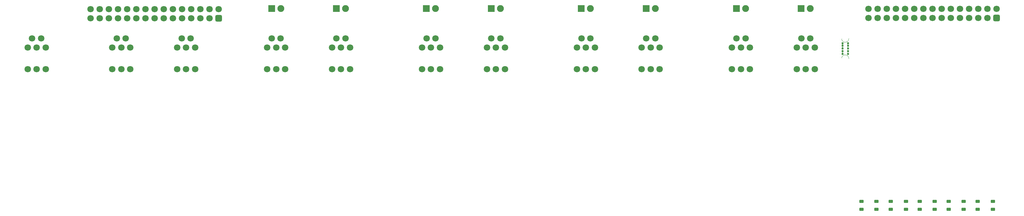
<source format=gbr>
%TF.GenerationSoftware,KiCad,Pcbnew,7.0.1*%
%TF.CreationDate,2024-04-02T15:57:58+09:00*%
%TF.ProjectId,Lift_Switch_V5.0,4c696674-5f53-4776-9974-63685f56352e,rev?*%
%TF.SameCoordinates,Original*%
%TF.FileFunction,Soldermask,Top*%
%TF.FilePolarity,Negative*%
%FSLAX46Y46*%
G04 Gerber Fmt 4.6, Leading zero omitted, Abs format (unit mm)*
G04 Created by KiCad (PCBNEW 7.0.1) date 2024-04-02 15:57:58*
%MOMM*%
%LPD*%
G01*
G04 APERTURE LIST*
G04 Aperture macros list*
%AMRoundRect*
0 Rectangle with rounded corners*
0 $1 Rounding radius*
0 $2 $3 $4 $5 $6 $7 $8 $9 X,Y pos of 4 corners*
0 Add a 4 corners polygon primitive as box body*
4,1,4,$2,$3,$4,$5,$6,$7,$8,$9,$2,$3,0*
0 Add four circle primitives for the rounded corners*
1,1,$1+$1,$2,$3*
1,1,$1+$1,$4,$5*
1,1,$1+$1,$6,$7*
1,1,$1+$1,$8,$9*
0 Add four rect primitives between the rounded corners*
20,1,$1+$1,$2,$3,$4,$5,0*
20,1,$1+$1,$4,$5,$6,$7,0*
20,1,$1+$1,$6,$7,$8,$9,0*
20,1,$1+$1,$8,$9,$2,$3,0*%
G04 Aperture macros list end*
%TA.AperFunction,Profile*%
%ADD10C,0.050000*%
%TD*%
%ADD11RoundRect,0.051000X-0.900000X-0.900000X0.900000X-0.900000X0.900000X0.900000X-0.900000X0.900000X0*%
%ADD12C,1.902000*%
%ADD13RoundRect,0.051000X0.550000X0.350000X-0.550000X0.350000X-0.550000X-0.350000X0.550000X-0.350000X0*%
%ADD14C,1.802000*%
%ADD15C,0.602000*%
%ADD16RoundRect,0.301000X0.600000X-0.600000X0.600000X0.600000X-0.600000X0.600000X-0.600000X-0.600000X0*%
G04 APERTURE END LIST*
D10*
%TO.C,mouse-bite-2mm-slot*%
X308100000Y-78088000D02*
G75*
G03*
X310100000Y-78088000I1000000J0D01*
G01*
X310100000Y-83612000D02*
G75*
G03*
X308100000Y-83612000I-1000000J0D01*
G01*
%TD*%
D11*
%TO.C,D16*%
X167825000Y-69750000D03*
D12*
X170365000Y-69750000D03*
%TD*%
D13*
%TO.C,SW16*%
X345900000Y-125550000D03*
X350100000Y-125550000D03*
X345900000Y-123350000D03*
X350100000Y-123350000D03*
%TD*%
D11*
%TO.C,D9*%
X278875000Y-69750000D03*
D12*
X281415000Y-69750000D03*
%TD*%
D11*
%TO.C,D13*%
X192825000Y-69750000D03*
D12*
X195365000Y-69750000D03*
%TD*%
D11*
%TO.C,D11*%
X235825000Y-69750000D03*
D12*
X238365000Y-69750000D03*
%TD*%
D11*
%TO.C,D15*%
X149825000Y-69750000D03*
D12*
X152365000Y-69750000D03*
%TD*%
D14*
%TO.C,SW3*%
X127350000Y-78050000D03*
X124850000Y-78050000D03*
X123600000Y-80550000D03*
X126100000Y-80550000D03*
X128600000Y-80550000D03*
X123600000Y-86550000D03*
X126100000Y-86550000D03*
X128600000Y-86550000D03*
%TD*%
%TO.C,SW7*%
X213350000Y-78050000D03*
X210850000Y-78050000D03*
X209600000Y-80550000D03*
X212100000Y-80550000D03*
X214600000Y-80550000D03*
X209600000Y-86550000D03*
X212100000Y-86550000D03*
X214600000Y-86550000D03*
%TD*%
%TO.C,SW2*%
X109350000Y-78050000D03*
X106850000Y-78050000D03*
X105600000Y-80550000D03*
X108100000Y-80550000D03*
X110600000Y-80550000D03*
X105600000Y-86550000D03*
X108100000Y-86550000D03*
X110600000Y-86550000D03*
%TD*%
%TO.C,SW5*%
X170350000Y-78050000D03*
X167850000Y-78050000D03*
X166600000Y-80550000D03*
X169100000Y-80550000D03*
X171600000Y-80550000D03*
X166600000Y-86550000D03*
X169100000Y-86550000D03*
X171600000Y-86550000D03*
%TD*%
%TO.C,SW1*%
X85850000Y-78050000D03*
X83350000Y-78050000D03*
X82100000Y-80550000D03*
X84600000Y-80550000D03*
X87100000Y-80550000D03*
X82100000Y-86550000D03*
X84600000Y-86550000D03*
X87100000Y-86550000D03*
%TD*%
D13*
%TO.C,SW13*%
X321750000Y-125550000D03*
X325950000Y-125550000D03*
X321750000Y-123350000D03*
X325950000Y-123350000D03*
%TD*%
D14*
%TO.C,SW10*%
X281410000Y-78050000D03*
X278910000Y-78050000D03*
X277660000Y-80550000D03*
X280160000Y-80550000D03*
X282660000Y-80550000D03*
X277660000Y-86550000D03*
X280160000Y-86550000D03*
X282660000Y-86550000D03*
%TD*%
%TO.C,SW8*%
X238350000Y-78050000D03*
X235850000Y-78050000D03*
X234600000Y-80550000D03*
X237100000Y-80550000D03*
X239600000Y-80550000D03*
X234600000Y-86550000D03*
X237100000Y-86550000D03*
X239600000Y-86550000D03*
%TD*%
D13*
%TO.C,SW14*%
X329750000Y-125550000D03*
X333950000Y-125550000D03*
X329750000Y-123350000D03*
X333950000Y-123350000D03*
%TD*%
D14*
%TO.C,SW11*%
X299410000Y-78050000D03*
X296910000Y-78050000D03*
X295660000Y-80550000D03*
X298160000Y-80550000D03*
X300660000Y-80550000D03*
X295660000Y-86550000D03*
X298160000Y-86550000D03*
X300660000Y-86550000D03*
%TD*%
%TO.C,SW6*%
X195350000Y-78050000D03*
X192850000Y-78050000D03*
X191600000Y-80550000D03*
X194100000Y-80550000D03*
X196600000Y-80550000D03*
X191600000Y-86550000D03*
X194100000Y-86550000D03*
X196600000Y-86550000D03*
%TD*%
D13*
%TO.C,SW12*%
X313600000Y-125550000D03*
X317800000Y-125550000D03*
X313600000Y-123350000D03*
X317800000Y-123350000D03*
%TD*%
D11*
%TO.C,D12*%
X253825000Y-69750000D03*
D12*
X256365000Y-69750000D03*
%TD*%
D15*
%TO.C,mouse-bite-2mm-slot*%
X309850000Y-79338000D03*
X308350000Y-79338000D03*
X309850000Y-80088000D03*
X308350000Y-80088000D03*
X309850000Y-80838000D03*
X308350000Y-80838000D03*
X309850000Y-81612000D03*
X308350000Y-81612000D03*
X309850000Y-82374000D03*
X308350000Y-82374000D03*
%TD*%
D14*
%TO.C,SW4*%
X152350000Y-78050000D03*
X149850000Y-78050000D03*
X148600000Y-80550000D03*
X151100000Y-80550000D03*
X153600000Y-80550000D03*
X148600000Y-86550000D03*
X151100000Y-86550000D03*
X153600000Y-86550000D03*
%TD*%
D13*
%TO.C,SW15*%
X337800000Y-125550000D03*
X342000000Y-125550000D03*
X337800000Y-123350000D03*
X342000000Y-123350000D03*
%TD*%
D11*
%TO.C,D10*%
X296875000Y-69750000D03*
D12*
X299415000Y-69750000D03*
%TD*%
D11*
%TO.C,D14*%
X210825000Y-69750000D03*
D12*
X213365000Y-69750000D03*
%TD*%
D14*
%TO.C,SW9*%
X256350000Y-78050000D03*
X253850000Y-78050000D03*
X252600000Y-80550000D03*
X255100000Y-80550000D03*
X257600000Y-80550000D03*
X252600000Y-86550000D03*
X255100000Y-86550000D03*
X257600000Y-86550000D03*
%TD*%
D16*
%TO.C,J5*%
X351080000Y-72350000D03*
D14*
X351080000Y-69810000D03*
X348540000Y-72350000D03*
X348540000Y-69810000D03*
X346000000Y-72350000D03*
X346000000Y-69810000D03*
X343460000Y-72350000D03*
X343460000Y-69810000D03*
X340920000Y-72350000D03*
X340920000Y-69810000D03*
X338380000Y-72350000D03*
X338380000Y-69810000D03*
X335840000Y-72350000D03*
X335840000Y-69810000D03*
X333300000Y-72350000D03*
X333300000Y-69810000D03*
X330760000Y-72350000D03*
X330760000Y-69810000D03*
X328220000Y-72350000D03*
X328220000Y-69810000D03*
X325680000Y-72350000D03*
X325680000Y-69810000D03*
X323140000Y-72350000D03*
X323140000Y-69810000D03*
X320600000Y-72350000D03*
X320600000Y-69810000D03*
X318060000Y-72350000D03*
X318060000Y-69810000D03*
X315520000Y-72350000D03*
X315520000Y-69810000D03*
%TD*%
D16*
%TO.C,J1*%
X135110000Y-72390000D03*
D14*
X135110000Y-69850000D03*
X132570000Y-72390000D03*
X132570000Y-69850000D03*
X130030000Y-72390000D03*
X130030000Y-69850000D03*
X127490000Y-72390000D03*
X127490000Y-69850000D03*
X124950000Y-72390000D03*
X124950000Y-69850000D03*
X122410000Y-72390000D03*
X122410000Y-69850000D03*
X119870000Y-72390000D03*
X119870000Y-69850000D03*
X117330000Y-72390000D03*
X117330000Y-69850000D03*
X114790000Y-72390000D03*
X114790000Y-69850000D03*
X112250000Y-72390000D03*
X112250000Y-69850000D03*
X109710000Y-72390000D03*
X109710000Y-69850000D03*
X107170000Y-72390000D03*
X107170000Y-69850000D03*
X104630000Y-72390000D03*
X104630000Y-69850000D03*
X102090000Y-72390000D03*
X102090000Y-69850000D03*
X99550000Y-72390000D03*
X99550000Y-69850000D03*
%TD*%
G36*
X309798084Y-81906427D02*
G01*
X309901916Y-81906427D01*
X309962546Y-81884359D01*
X309964452Y-81884655D01*
X309965221Y-81886424D01*
X309964138Y-81888020D01*
X309906036Y-81917626D01*
X309906036Y-82068374D01*
X309964141Y-82097980D01*
X309965224Y-82099576D01*
X309964455Y-82101345D01*
X309962549Y-82101641D01*
X309901916Y-82079573D01*
X309798084Y-82079573D01*
X309737443Y-82101644D01*
X309735537Y-82101348D01*
X309734768Y-82099579D01*
X309735851Y-82097983D01*
X309793963Y-82068373D01*
X309793963Y-81917627D01*
X309735854Y-81888018D01*
X309734771Y-81886422D01*
X309735540Y-81884653D01*
X309737446Y-81884357D01*
X309798084Y-81906427D01*
G37*
G36*
X308298084Y-81906427D02*
G01*
X308401916Y-81906427D01*
X308462546Y-81884359D01*
X308464452Y-81884655D01*
X308465221Y-81886424D01*
X308464138Y-81888020D01*
X308406036Y-81917626D01*
X308406036Y-82068374D01*
X308464141Y-82097980D01*
X308465224Y-82099576D01*
X308464455Y-82101345D01*
X308462549Y-82101641D01*
X308401916Y-82079573D01*
X308298084Y-82079573D01*
X308237443Y-82101644D01*
X308235537Y-82101348D01*
X308234768Y-82099579D01*
X308235851Y-82097983D01*
X308293963Y-82068373D01*
X308293963Y-81917627D01*
X308235854Y-81888018D01*
X308234771Y-81886422D01*
X308235540Y-81884653D01*
X308237446Y-81884357D01*
X308298084Y-81906427D01*
G37*
G36*
X309798084Y-81132427D02*
G01*
X309901916Y-81132427D01*
X309962552Y-81110357D01*
X309964458Y-81110653D01*
X309965227Y-81112422D01*
X309964144Y-81114018D01*
X309894261Y-81149627D01*
X309894261Y-81300373D01*
X309964148Y-81335982D01*
X309965231Y-81337578D01*
X309964462Y-81339347D01*
X309962556Y-81339643D01*
X309901916Y-81317573D01*
X309798084Y-81317573D01*
X309737441Y-81339644D01*
X309735535Y-81339348D01*
X309734766Y-81337579D01*
X309735849Y-81335983D01*
X309805738Y-81300373D01*
X309805738Y-81149627D01*
X309735853Y-81114017D01*
X309734770Y-81112421D01*
X309735539Y-81110652D01*
X309737445Y-81110356D01*
X309798084Y-81132427D01*
G37*
G36*
X308298084Y-81132427D02*
G01*
X308401916Y-81132427D01*
X308462552Y-81110357D01*
X308464458Y-81110653D01*
X308465227Y-81112422D01*
X308464144Y-81114018D01*
X308394261Y-81149627D01*
X308394261Y-81300373D01*
X308464148Y-81335982D01*
X308465231Y-81337578D01*
X308464462Y-81339347D01*
X308462556Y-81339643D01*
X308401916Y-81317573D01*
X308298084Y-81317573D01*
X308237441Y-81339644D01*
X308235535Y-81339348D01*
X308234766Y-81337579D01*
X308235849Y-81335983D01*
X308305738Y-81300373D01*
X308305738Y-81149627D01*
X308235853Y-81114017D01*
X308234770Y-81112421D01*
X308235539Y-81110652D01*
X308237445Y-81110356D01*
X308298084Y-81132427D01*
G37*
G36*
X309798084Y-80382427D02*
G01*
X309901916Y-80382427D01*
X309962547Y-80360359D01*
X309964453Y-80360655D01*
X309965222Y-80362424D01*
X309964139Y-80364020D01*
X309917812Y-80387626D01*
X309917812Y-80538374D01*
X309964142Y-80561980D01*
X309965225Y-80563576D01*
X309964456Y-80565345D01*
X309962550Y-80565641D01*
X309901916Y-80543573D01*
X309798084Y-80543573D01*
X309737442Y-80565644D01*
X309735536Y-80565348D01*
X309734767Y-80563579D01*
X309735850Y-80561983D01*
X309782187Y-80538373D01*
X309782187Y-80387627D01*
X309735853Y-80364017D01*
X309734770Y-80362421D01*
X309735539Y-80360652D01*
X309737445Y-80360356D01*
X309798084Y-80382427D01*
G37*
G36*
X308298084Y-80382427D02*
G01*
X308401916Y-80382427D01*
X308462547Y-80360359D01*
X308464453Y-80360655D01*
X308465222Y-80362424D01*
X308464139Y-80364020D01*
X308417812Y-80387626D01*
X308417812Y-80538374D01*
X308464142Y-80561980D01*
X308465225Y-80563576D01*
X308464456Y-80565345D01*
X308462550Y-80565641D01*
X308401916Y-80543573D01*
X308298084Y-80543573D01*
X308237442Y-80565644D01*
X308235536Y-80565348D01*
X308234767Y-80563579D01*
X308235850Y-80561983D01*
X308282187Y-80538373D01*
X308282187Y-80387627D01*
X308235853Y-80364017D01*
X308234770Y-80362421D01*
X308235539Y-80360652D01*
X308237445Y-80360356D01*
X308298084Y-80382427D01*
G37*
G36*
X309798084Y-79632427D02*
G01*
X309901916Y-79632427D01*
X309962547Y-79610359D01*
X309964453Y-79610655D01*
X309965222Y-79612424D01*
X309964139Y-79614020D01*
X309917812Y-79637626D01*
X309917812Y-79788374D01*
X309964142Y-79811980D01*
X309965225Y-79813576D01*
X309964456Y-79815345D01*
X309962550Y-79815641D01*
X309901916Y-79793573D01*
X309798084Y-79793573D01*
X309737442Y-79815644D01*
X309735536Y-79815348D01*
X309734767Y-79813579D01*
X309735850Y-79811983D01*
X309782187Y-79788373D01*
X309782187Y-79637627D01*
X309735853Y-79614017D01*
X309734770Y-79612421D01*
X309735539Y-79610652D01*
X309737445Y-79610356D01*
X309798084Y-79632427D01*
G37*
G36*
X308298084Y-79632427D02*
G01*
X308401916Y-79632427D01*
X308462547Y-79610359D01*
X308464453Y-79610655D01*
X308465222Y-79612424D01*
X308464139Y-79614020D01*
X308417812Y-79637626D01*
X308417812Y-79788374D01*
X308464142Y-79811980D01*
X308465225Y-79813576D01*
X308464456Y-79815345D01*
X308462550Y-79815641D01*
X308401916Y-79793573D01*
X308298084Y-79793573D01*
X308237442Y-79815644D01*
X308235536Y-79815348D01*
X308234767Y-79813579D01*
X308235850Y-79811983D01*
X308282187Y-79788373D01*
X308282187Y-79637627D01*
X308235853Y-79614017D01*
X308234770Y-79612421D01*
X308235539Y-79610652D01*
X308237445Y-79610356D01*
X308298084Y-79632427D01*
G37*
M02*

</source>
